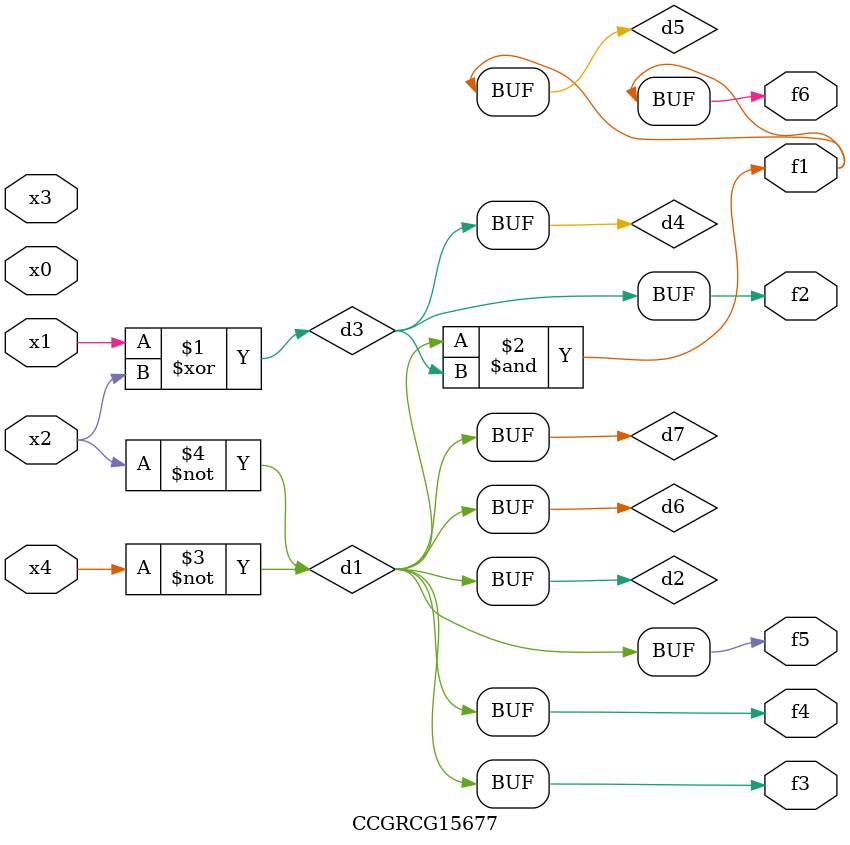
<source format=v>
module CCGRCG15677(
	input x0, x1, x2, x3, x4,
	output f1, f2, f3, f4, f5, f6
);

	wire d1, d2, d3, d4, d5, d6, d7;

	not (d1, x4);
	not (d2, x2);
	xor (d3, x1, x2);
	buf (d4, d3);
	and (d5, d1, d3);
	buf (d6, d1, d2);
	buf (d7, d2);
	assign f1 = d5;
	assign f2 = d4;
	assign f3 = d7;
	assign f4 = d7;
	assign f5 = d7;
	assign f6 = d5;
endmodule

</source>
